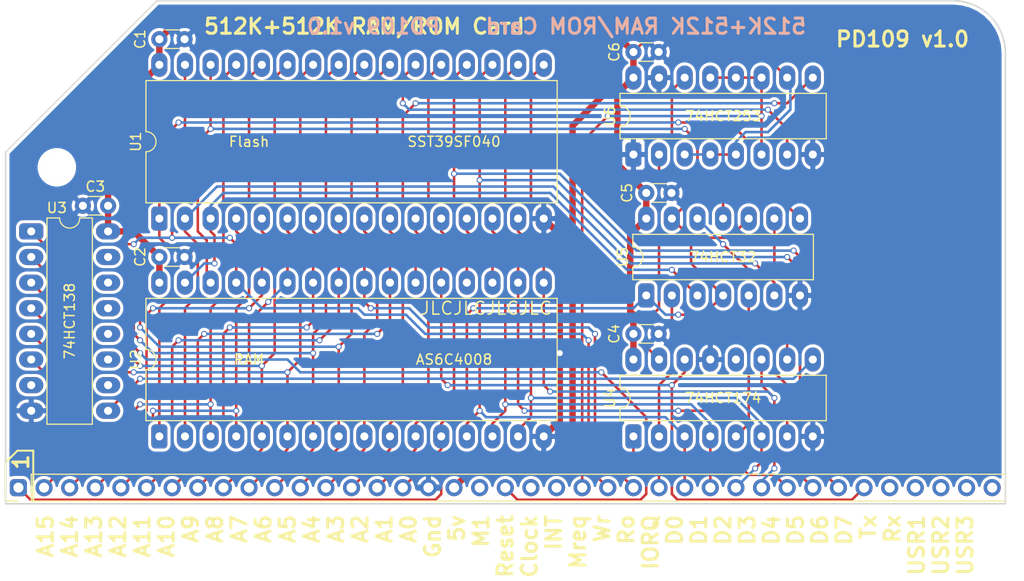
<source format=kicad_pcb>
(kicad_pcb (version 20171130) (host pcbnew "(5.1.9)-1")
  (layers (0 F.Cu signal) (31 B.Cu signal) (36 B.SilkS user) (37 F.SilkS user) (38 B.Mask user) (39 F.Mask user) (44 Edge.Cuts user))
  (net 0 "")
  (net 1 GND)
  (net 2 "Net-(J1-Pad39)")
  (net 3 "Net-(J1-Pad38)")
  (net 4 "Net-(J1-Pad37)")
  (net 5 "Net-(J1-Pad36)")
  (net 6 "Net-(J1-Pad35)")
  (net 7 D7)
  (net 8 D6)
  (net 9 D5)
  (net 10 D4)
  (net 11 D3)
  (net 12 D2)
  (net 13 D1)
  (net 14 D0)
  (net 15 ~IOREQ)
  (net 16 ~RD)
  (net 17 ~WR)
  (net 18 ~RESET)
  (net 19 +5V)
  (net 20 A0)
  (net 21 A1)
  (net 22 A2)
  (net 23 A3)
  (net 24 A4)
  (net 25 A5)
  (net 26 A6)
  (net 27 A7)
  (net 28 "Net-(J1-Pad22)")
  (net 29 "Net-(J1-Pad21)")
  (net 30 ~MREQ)
  (net 31 "Net-(J1-Pad19)")
  (net 32 A8)
  (net 33 A9)
  (net 34 A10)
  (net 35 A11)
  (net 36 A12)
  (net 37 A13)
  (net 38 A14)
  (net 39 A15)
  (net 40 MEM_A17)
  (net 41 ~ROM_CS)
  (net 42 MEM_A15)
  (net 43 MEM_A16)
  (net 44 MEM_A18)
  (net 45 "Net-(U4-Pad12)")
  (net 46 /~CFG_CS)
  (net 47 /MEM_A16')
  (net 48 /MEM_A15')
  (net 49 ~RAM_CS)
  (net 50 /RAM_EN)
  (net 51 /MEM_A17')
  (net 52 /MEM_A18')
  (net 53 "Net-(U3-Pad15)")
  (net 54 "Net-(U3-Pad7)")
  (net 55 "Net-(U3-Pad14)")
  (net 56 "Net-(U3-Pad13)")
  (net 57 "Net-(U3-Pad12)")
  (net 58 "Net-(U3-Pad11)")
  (net 59 "Net-(U3-Pad10)")
  (module Connector_PinHeader_2.54mm:PinHeader_1x39_P2.54mm_Vertical (layer F.Cu) (at 153.67 149.86 90)
    (fp_text reference J1 hide)
    (fp_text value RC2014)
    (pad 39 thru_hole oval (at 0 96.52 90) (size 1.7 1.7) (drill 1) (layers *.Cu *.Mask) (net 2 "Net-(J1-Pad39)"))
    (pad 38 thru_hole oval (at 0 93.98 90) (size 1.7 1.7) (drill 1) (layers *.Cu *.Mask) (net 3 "Net-(J1-Pad38)"))
    (pad 37 thru_hole oval (at 0 91.44 90) (size 1.7 1.7) (drill 1) (layers *.Cu *.Mask) (net 4 "Net-(J1-Pad37)"))
    (pad 36 thru_hole oval (at 0 88.9 90) (size 1.7 1.7) (drill 1) (layers *.Cu *.Mask) (net 5 "Net-(J1-Pad36)"))
    (pad 35 thru_hole oval (at 0 86.36 90) (size 1.7 1.7) (drill 1) (layers *.Cu *.Mask) (net 6 "Net-(J1-Pad35)"))
    (pad 34 thru_hole oval (at 0 83.82 90) (size 1.7 1.7) (drill 1) (layers *.Cu *.Mask) (net 7 D7))
    (pad 33 thru_hole oval (at 0 81.28 90) (size 1.7 1.7) (drill 1) (layers *.Cu *.Mask) (net 8 D6))
    (pad 32 thru_hole oval (at 0 78.74 90) (size 1.7 1.7) (drill 1) (layers *.Cu *.Mask) (net 9 D5))
    (pad 31 thru_hole oval (at 0 76.2 90) (size 1.7 1.7) (drill 1) (layers *.Cu *.Mask) (net 10 D4))
    (pad 30 thru_hole oval (at 0 73.66 90) (size 1.7 1.7) (drill 1) (layers *.Cu *.Mask) (net 11 D3))
    (pad 29 thru_hole oval (at 0 71.12 90) (size 1.7 1.7) (drill 1) (layers *.Cu *.Mask) (net 12 D2))
    (pad 28 thru_hole oval (at 0 68.58 90) (size 1.7 1.7) (drill 1) (layers *.Cu *.Mask) (net 13 D1))
    (pad 27 thru_hole oval (at 0 66.04 90) (size 1.7 1.7) (drill 1) (layers *.Cu *.Mask) (net 14 D0))
    (pad 26 thru_hole oval (at 0 63.5 90) (size 1.7 1.7) (drill 1) (layers *.Cu *.Mask) (net 15 ~IOREQ))
    (pad 25 thru_hole oval (at 0 60.96 90) (size 1.7 1.7) (drill 1) (layers *.Cu *.Mask) (net 16 ~RD))
    (pad 24 thru_hole oval (at 0 58.42 90) (size 1.7 1.7) (drill 1) (layers *.Cu *.Mask) (net 17 ~WR))
    (pad 23 thru_hole oval (at 0 55.88 90) (size 1.7 1.7) (drill 1) (layers *.Cu *.Mask) (net 30 ~MREQ))
    (pad 22 thru_hole oval (at 0 53.34 90) (size 1.7 1.7) (drill 1) (layers *.Cu *.Mask) (net 28 "Net-(J1-Pad22)"))
    (pad 21 thru_hole oval (at 0 50.8 90) (size 1.7 1.7) (drill 1) (layers *.Cu *.Mask) (net 29 "Net-(J1-Pad21)"))
    (pad 20 thru_hole oval (at 0 48.26 90) (size 1.7 1.7) (drill 1) (layers *.Cu *.Mask) (net 18 ~RESET))
    (pad 19 thru_hole oval (at 0 45.72 90) (size 1.7 1.7) (drill 1) (layers *.Cu *.Mask) (net 31 "Net-(J1-Pad19)"))
    (pad 18 thru_hole oval (at 0 43.18 90) (size 1.7 1.7) (drill 1) (layers *.Cu *.Mask) (net 19 +5V))
    (pad 17 thru_hole oval (at 0 40.64 90) (size 1.7 1.7) (drill 1) (layers *.Cu *.Mask) (net 1 GND))
    (pad 16 thru_hole oval (at 0 38.1 90) (size 1.7 1.7) (drill 1) (layers *.Cu *.Mask) (net 20 A0))
    (pad 15 thru_hole oval (at 0 35.56 90) (size 1.7 1.7) (drill 1) (layers *.Cu *.Mask) (net 21 A1))
    (pad 14 thru_hole oval (at 0 33.02 90) (size 1.7 1.7) (drill 1) (layers *.Cu *.Mask) (net 22 A2))
    (pad 13 thru_hole oval (at 0 30.48 90) (size 1.7 1.7) (drill 1) (layers *.Cu *.Mask) (net 23 A3))
    (pad 12 thru_hole oval (at 0 27.94 90) (size 1.7 1.7) (drill 1) (layers *.Cu *.Mask) (net 24 A4))
    (pad 11 thru_hole oval (at 0 25.4 90) (size 1.7 1.7) (drill 1) (layers *.Cu *.Mask) (net 25 A5))
    (pad 10 thru_hole oval (at 0 22.86 90) (size 1.7 1.7) (drill 1) (layers *.Cu *.Mask) (net 26 A6))
    (pad 9 thru_hole oval (at 0 20.32 90) (size 1.7 1.7) (drill 1) (layers *.Cu *.Mask) (net 27 A7))
    (pad 8 thru_hole oval (at 0 17.78 90) (size 1.7 1.7) (drill 1) (layers *.Cu *.Mask) (net 32 A8))
    (pad 7 thru_hole oval (at 0 15.24 90) (size 1.7 1.7) (drill 1) (layers *.Cu *.Mask) (net 33 A9))
    (pad 6 thru_hole oval (at 0 12.7 90) (size 1.7 1.7) (drill 1) (layers *.Cu *.Mask) (net 34 A10))
    (pad 5 thru_hole oval (at 0 10.16 90) (size 1.7 1.7) (drill 1) (layers *.Cu *.Mask) (net 35 A11))
    (pad 4 thru_hole oval (at 0 7.62 90) (size 1.7 1.7) (drill 1) (layers *.Cu *.Mask) (net 36 A12))
    (pad 3 thru_hole oval (at 0 5.08 90) (size 1.7 1.7) (drill 1) (layers *.Cu *.Mask) (net 37 A13))
    (pad 2 thru_hole oval (at 0 2.54 90) (size 1.7 1.7) (drill 1) (layers *.Cu *.Mask) (net 38 A14))
    (pad 1 thru_hole roundrect (at 0 0 90) (size 1.7 1.7) (drill 1) (layers *.Cu *.Mask) (net 39 A15))
  )
  (module Package_DIP:DIP-32_W15.24mm_LongPads (layer F.Cu) (at 167.64 123.19 90)
    (fp_text reference U1 (at 7.62 -2.33 90) (layer F.SilkS))
    (fp_text value SST39SF040 (at 7.62 29.21 180) (layer F.SilkS))
    (pad 32 thru_hole oval (at 15.24 0 90) (size 2.4 1.6) (drill 0.8) (layers *.Cu *.Mask) (net 19 +5V))
    (pad 16 thru_hole oval (at 0 38.1 90) (size 2.4 1.6) (drill 0.8) (layers *.Cu *.Mask) (net 1 GND))
    (pad 31 thru_hole oval (at 15.24 2.54 90) (size 2.4 1.6) (drill 0.8) (layers *.Cu *.Mask) (net 17 ~WR))
    (pad 15 thru_hole oval (at 0 35.56 90) (size 2.4 1.6) (drill 0.8) (layers *.Cu *.Mask) (net 12 D2))
    (pad 30 thru_hole oval (at 15.24 5.08 90) (size 2.4 1.6) (drill 0.8) (layers *.Cu *.Mask) (net 40 MEM_A17))
    (pad 14 thru_hole oval (at 0 33.02 90) (size 2.4 1.6) (drill 0.8) (layers *.Cu *.Mask) (net 13 D1))
    (pad 29 thru_hole oval (at 15.24 7.62 90) (size 2.4 1.6) (drill 0.8) (layers *.Cu *.Mask) (net 38 A14))
    (pad 13 thru_hole oval (at 0 30.48 90) (size 2.4 1.6) (drill 0.8) (layers *.Cu *.Mask) (net 14 D0))
    (pad 28 thru_hole oval (at 15.24 10.16 90) (size 2.4 1.6) (drill 0.8) (layers *.Cu *.Mask) (net 37 A13))
    (pad 12 thru_hole oval (at 0 27.94 90) (size 2.4 1.6) (drill 0.8) (layers *.Cu *.Mask) (net 20 A0))
    (pad 27 thru_hole oval (at 15.24 12.7 90) (size 2.4 1.6) (drill 0.8) (layers *.Cu *.Mask) (net 32 A8))
    (pad 11 thru_hole oval (at 0 25.4 90) (size 2.4 1.6) (drill 0.8) (layers *.Cu *.Mask) (net 21 A1))
    (pad 26 thru_hole oval (at 15.24 15.24 90) (size 2.4 1.6) (drill 0.8) (layers *.Cu *.Mask) (net 33 A9))
    (pad 10 thru_hole oval (at 0 22.86 90) (size 2.4 1.6) (drill 0.8) (layers *.Cu *.Mask) (net 22 A2))
    (pad 25 thru_hole oval (at 15.24 17.78 90) (size 2.4 1.6) (drill 0.8) (layers *.Cu *.Mask) (net 35 A11))
    (pad 9 thru_hole oval (at 0 20.32 90) (size 2.4 1.6) (drill 0.8) (layers *.Cu *.Mask) (net 23 A3))
    (pad 24 thru_hole oval (at 15.24 20.32 90) (size 2.4 1.6) (drill 0.8) (layers *.Cu *.Mask) (net 16 ~RD))
    (pad 8 thru_hole oval (at 0 17.78 90) (size 2.4 1.6) (drill 0.8) (layers *.Cu *.Mask) (net 24 A4))
    (pad 23 thru_hole oval (at 15.24 22.86 90) (size 2.4 1.6) (drill 0.8) (layers *.Cu *.Mask) (net 34 A10))
    (pad 7 thru_hole oval (at 0 15.24 90) (size 2.4 1.6) (drill 0.8) (layers *.Cu *.Mask) (net 25 A5))
    (pad 22 thru_hole oval (at 15.24 25.4 90) (size 2.4 1.6) (drill 0.8) (layers *.Cu *.Mask) (net 41 ~ROM_CS))
    (pad 6 thru_hole oval (at 0 12.7 90) (size 2.4 1.6) (drill 0.8) (layers *.Cu *.Mask) (net 26 A6))
    (pad 21 thru_hole oval (at 15.24 27.94 90) (size 2.4 1.6) (drill 0.8) (layers *.Cu *.Mask) (net 7 D7))
    (pad 5 thru_hole oval (at 0 10.16 90) (size 2.4 1.6) (drill 0.8) (layers *.Cu *.Mask) (net 27 A7))
    (pad 20 thru_hole oval (at 15.24 30.48 90) (size 2.4 1.6) (drill 0.8) (layers *.Cu *.Mask) (net 8 D6))
    (pad 4 thru_hole oval (at 0 7.62 90) (size 2.4 1.6) (drill 0.8) (layers *.Cu *.Mask) (net 36 A12))
    (pad 19 thru_hole oval (at 15.24 33.02 90) (size 2.4 1.6) (drill 0.8) (layers *.Cu *.Mask) (net 9 D5))
    (pad 3 thru_hole oval (at 0 5.08 90) (size 2.4 1.6) (drill 0.8) (layers *.Cu *.Mask) (net 42 MEM_A15))
    (pad 18 thru_hole oval (at 15.24 35.56 90) (size 2.4 1.6) (drill 0.8) (layers *.Cu *.Mask) (net 10 D4))
    (pad 2 thru_hole oval (at 0 2.54 90) (size 2.4 1.6) (drill 0.8) (layers *.Cu *.Mask) (net 43 MEM_A16))
    (pad 17 thru_hole oval (at 15.24 38.1 90) (size 2.4 1.6) (drill 0.8) (layers *.Cu *.Mask) (net 11 D3))
    (pad 1 thru_hole roundrect (at 0 0 90) (size 2.4 1.6) (drill 0.8) (layers *.Cu *.Mask) (net 44 MEM_A18))
  )
  (module Package_DIP:DIP-14_W7.62mm_LongPads (layer F.Cu) (at 215.9 130.81 90)
    (fp_text reference U5 (at 3.81 -2.33 90) (layer F.SilkS))
    (fp_text value 74HCT32 (at 3.81 7.62 180) (layer F.SilkS))
    (pad 14 thru_hole oval (at 7.62 0 90) (size 2.4 1.6) (drill 0.8) (layers *.Cu *.Mask) (net 19 +5V))
    (pad 7 thru_hole oval (at 0 15.24 90) (size 2.4 1.6) (drill 0.8) (layers *.Cu *.Mask) (net 1 GND))
    (pad 13 thru_hole oval (at 7.62 2.54 90) (size 2.4 1.6) (drill 0.8) (layers *.Cu *.Mask) (net 39 A15))
    (pad 6 thru_hole oval (at 0 12.7 90) (size 2.4 1.6) (drill 0.8) (layers *.Cu *.Mask) (net 43 MEM_A16))
    (pad 12 thru_hole oval (at 7.62 5.08 90) (size 2.4 1.6) (drill 0.8) (layers *.Cu *.Mask) (net 51 /MEM_A17'))
    (pad 5 thru_hole oval (at 0 10.16 90) (size 2.4 1.6) (drill 0.8) (layers *.Cu *.Mask) (net 47 /MEM_A16'))
    (pad 11 thru_hole oval (at 7.62 7.62 90) (size 2.4 1.6) (drill 0.8) (layers *.Cu *.Mask) (net 40 MEM_A17))
    (pad 4 thru_hole oval (at 0 7.62 90) (size 2.4 1.6) (drill 0.8) (layers *.Cu *.Mask) (net 39 A15))
    (pad 10 thru_hole oval (at 7.62 10.16 90) (size 2.4 1.6) (drill 0.8) (layers *.Cu *.Mask) (net 39 A15))
    (pad 3 thru_hole oval (at 0 5.08 90) (size 2.4 1.6) (drill 0.8) (layers *.Cu *.Mask) (net 42 MEM_A15))
    (pad 9 thru_hole oval (at 7.62 12.7 90) (size 2.4 1.6) (drill 0.8) (layers *.Cu *.Mask) (net 52 /MEM_A18'))
    (pad 2 thru_hole oval (at 0 2.54 90) (size 2.4 1.6) (drill 0.8) (layers *.Cu *.Mask) (net 48 /MEM_A15'))
    (pad 8 thru_hole oval (at 7.62 15.24 90) (size 2.4 1.6) (drill 0.8) (layers *.Cu *.Mask) (net 44 MEM_A18))
    (pad 1 thru_hole roundrect (at 0 0 90) (size 2.4 1.6) (drill 0.8) (layers *.Cu *.Mask) (net 39 A15))
  )
  (module Package_DIP:DIP-16_W7.62mm_LongPads (layer F.Cu) (at 214.63 144.78 90)
    (fp_text reference U4 (at 3.81 -2.33 90) (layer F.SilkS))
    (fp_text value 74HCT174 (at 3.81 8.89 180) (layer F.SilkS))
    (pad 16 thru_hole oval (at 7.62 0 90) (size 2.4 1.6) (drill 0.8) (layers *.Cu *.Mask) (net 19 +5V))
    (pad 8 thru_hole oval (at 0 17.78 90) (size 2.4 1.6) (drill 0.8) (layers *.Cu *.Mask) (net 1 GND))
    (pad 15 thru_hole oval (at 7.62 2.54 90) (size 2.4 1.6) (drill 0.8) (layers *.Cu *.Mask) (net 50 /RAM_EN))
    (pad 7 thru_hole oval (at 0 15.24 90) (size 2.4 1.6) (drill 0.8) (layers *.Cu *.Mask) (net 51 /MEM_A17'))
    (pad 14 thru_hole oval (at 7.62 5.08 90) (size 2.4 1.6) (drill 0.8) (layers *.Cu *.Mask) (net 7 D7))
    (pad 6 thru_hole oval (at 0 12.7 90) (size 2.4 1.6) (drill 0.8) (layers *.Cu *.Mask) (net 12 D2))
    (pad 13 thru_hole oval (at 7.62 7.62 90) (size 2.4 1.6) (drill 0.8) (layers *.Cu *.Mask) (net 1 GND))
    (pad 5 thru_hole oval (at 0 10.16 90) (size 2.4 1.6) (drill 0.8) (layers *.Cu *.Mask) (net 47 /MEM_A16'))
    (pad 12 thru_hole oval (at 7.62 10.16 90) (size 2.4 1.6) (drill 0.8) (layers *.Cu *.Mask) (net 45 "Net-(U4-Pad12)"))
    (pad 4 thru_hole oval (at 0 7.62 90) (size 2.4 1.6) (drill 0.8) (layers *.Cu *.Mask) (net 13 D1))
    (pad 11 thru_hole oval (at 7.62 12.7 90) (size 2.4 1.6) (drill 0.8) (layers *.Cu *.Mask) (net 11 D3))
    (pad 3 thru_hole oval (at 0 5.08 90) (size 2.4 1.6) (drill 0.8) (layers *.Cu *.Mask) (net 14 D0))
    (pad 10 thru_hole oval (at 7.62 15.24 90) (size 2.4 1.6) (drill 0.8) (layers *.Cu *.Mask) (net 52 /MEM_A18'))
    (pad 2 thru_hole oval (at 0 2.54 90) (size 2.4 1.6) (drill 0.8) (layers *.Cu *.Mask) (net 48 /MEM_A15'))
    (pad 9 thru_hole oval (at 7.62 17.78 90) (size 2.4 1.6) (drill 0.8) (layers *.Cu *.Mask) (net 46 /~CFG_CS))
    (pad 1 thru_hole roundrect (at 0 0 90) (size 2.4 1.6) (drill 0.8) (layers *.Cu *.Mask) (net 18 ~RESET))
  )
  (module Package_DIP:DIP-16_W7.62mm_LongPads (layer F.Cu) (at 154.94 124.46)
    (fp_text reference U3 (at 2.54 -2.33) (layer F.SilkS))
    (fp_text value 74HCT138 (at 3.81 8.89 270) (layer F.SilkS))
    (pad 1 thru_hole roundrect (at 0 0) (size 2.4 1.6) (drill 0.8) (layers *.Cu *.Mask) (net 17 ~WR))
    (pad 9 thru_hole oval (at 7.62 17.78) (size 2.4 1.6) (drill 0.8) (layers *.Cu *.Mask) (net 46 /~CFG_CS))
    (pad 2 thru_hole oval (at 0 2.54) (size 2.4 1.6) (drill 0.8) (layers *.Cu *.Mask) (net 24 A4))
    (pad 10 thru_hole oval (at 7.62 15.24) (size 2.4 1.6) (drill 0.8) (layers *.Cu *.Mask) (net 59 "Net-(U3-Pad10)"))
    (pad 3 thru_hole oval (at 0 5.08) (size 2.4 1.6) (drill 0.8) (layers *.Cu *.Mask) (net 25 A5))
    (pad 11 thru_hole oval (at 7.62 12.7) (size 2.4 1.6) (drill 0.8) (layers *.Cu *.Mask) (net 58 "Net-(U3-Pad11)"))
    (pad 4 thru_hole oval (at 0 7.62) (size 2.4 1.6) (drill 0.8) (layers *.Cu *.Mask) (net 15 ~IOREQ))
    (pad 12 thru_hole oval (at 7.62 10.16) (size 2.4 1.6) (drill 0.8) (layers *.Cu *.Mask) (net 57 "Net-(U3-Pad12)"))
    (pad 5 thru_hole oval (at 0 10.16) (size 2.4 1.6) (drill 0.8) (layers *.Cu *.Mask) (net 27 A7))
    (pad 13 thru_hole oval (at 7.62 7.62) (size 2.4 1.6) (drill 0.8) (layers *.Cu *.Mask) (net 56 "Net-(U3-Pad13)"))
    (pad 6 thru_hole oval (at 0 12.7) (size 2.4 1.6) (drill 0.8) (layers *.Cu *.Mask) (net 26 A6))
    (pad 14 thru_hole oval (at 7.62 5.08) (size 2.4 1.6) (drill 0.8) (layers *.Cu *.Mask) (net 55 "Net-(U3-Pad14)"))
    (pad 7 thru_hole oval (at 0 15.24) (size 2.4 1.6) (drill 0.8) (layers *.Cu *.Mask) (net 54 "Net-(U3-Pad7)"))
    (pad 15 thru_hole oval (at 7.62 2.54) (size 2.4 1.6) (drill 0.8) (layers *.Cu *.Mask) (net 53 "Net-(U3-Pad15)"))
    (pad 8 thru_hole oval (at 0 17.78) (size 2.4 1.6) (drill 0.8) (layers *.Cu *.Mask) (net 1 GND))
    (pad 16 thru_hole oval (at 7.62 0) (size 2.4 1.6) (drill 0.8) (layers *.Cu *.Mask) (net 19 +5V))
  )
  (module Package_DIP:DIP-16_W7.62mm_LongPads (layer F.Cu) (at 214.63 116.84 90)
    (fp_text reference U6 (at 3.81 -2.33 90) (layer F.SilkS))
    (fp_text value 74HCT253 (at 3.81 8.89 180) (layer F.SilkS))
    (pad 16 thru_hole oval (at 7.62 0 90) (size 2.4 1.6) (drill 0.8) (layers *.Cu *.Mask) (net 19 +5V))
    (pad 8 thru_hole oval (at 0 17.78 90) (size 2.4 1.6) (drill 0.8) (layers *.Cu *.Mask) (net 1 GND))
    (pad 15 thru_hole oval (at 7.62 2.54 90) (size 2.4 1.6) (drill 0.8) (layers *.Cu *.Mask) (net 1 GND))
    (pad 7 thru_hole oval (at 0 15.24 90) (size 2.4 1.6) (drill 0.8) (layers *.Cu *.Mask) (net 41 ~ROM_CS))
    (pad 14 thru_hole oval (at 7.62 5.08 90) (size 2.4 1.6) (drill 0.8) (layers *.Cu *.Mask) (net 39 A15))
    (pad 6 thru_hole oval (at 0 12.7 90) (size 2.4 1.6) (drill 0.8) (layers *.Cu *.Mask) (net 30 ~MREQ))
    (pad 13 thru_hole oval (at 7.62 7.62 90) (size 2.4 1.6) (drill 0.8) (layers *.Cu *.Mask) (net 30 ~MREQ))
    (pad 5 thru_hole oval (at 0 10.16 90) (size 2.4 1.6) (drill 0.8) (layers *.Cu *.Mask) (net 19 +5V))
    (pad 12 thru_hole oval (at 7.62 10.16 90) (size 2.4 1.6) (drill 0.8) (layers *.Cu *.Mask) (net 30 ~MREQ))
    (pad 4 thru_hole oval (at 0 7.62 90) (size 2.4 1.6) (drill 0.8) (layers *.Cu *.Mask) (net 19 +5V))
    (pad 11 thru_hole oval (at 7.62 12.7 90) (size 2.4 1.6) (drill 0.8) (layers *.Cu *.Mask) (net 30 ~MREQ))
    (pad 3 thru_hole oval (at 0 5.08 90) (size 2.4 1.6) (drill 0.8) (layers *.Cu *.Mask) (net 19 +5V))
    (pad 10 thru_hole oval (at 7.62 15.24 90) (size 2.4 1.6) (drill 0.8) (layers *.Cu *.Mask) (net 19 +5V))
    (pad 2 thru_hole oval (at 0 2.54 90) (size 2.4 1.6) (drill 0.8) (layers *.Cu *.Mask) (net 50 /RAM_EN))
    (pad 9 thru_hole oval (at 7.62 17.78 90) (size 2.4 1.6) (drill 0.8) (layers *.Cu *.Mask) (net 49 ~RAM_CS))
    (pad 1 thru_hole roundrect (at 0 0 90) (size 2.4 1.6) (drill 0.8) (layers *.Cu *.Mask) (net 1 GND))
  )
  (module Capacitor_THT:C_Disc_D3.0mm_W1.6mm_P2.50mm (layer F.Cu) (at 214.63 106.68)
    (fp_text reference C6 (at -1.905 0 90) (layer F.SilkS))
    (fp_text value 0.1uF)
    (pad 2 thru_hole circle (at 2.5 0) (size 1.6 1.6) (drill 0.8) (layers *.Cu *.Mask) (net 1 GND))
    (pad 1 thru_hole circle (at 0 0) (size 1.6 1.6) (drill 0.8) (layers *.Cu *.Mask) (net 19 +5V))
  )
  (module Package_DIP:DIP-32_W15.24mm_LongPads (layer F.Cu) (at 167.64 144.78 90)
    (fp_text reference U2 (at 7.62 -2.33 90) (layer F.SilkS))
    (fp_text value AS6C4008 (at 7.62 29.21 180) (layer F.SilkS))
    (pad 32 thru_hole oval (at 15.24 0 90) (size 2.4 1.6) (drill 0.8) (layers *.Cu *.Mask) (net 19 +5V))
    (pad 16 thru_hole oval (at 0 38.1 90) (size 2.4 1.6) (drill 0.8) (layers *.Cu *.Mask) (net 1 GND))
    (pad 31 thru_hole oval (at 15.24 2.54 90) (size 2.4 1.6) (drill 0.8) (layers *.Cu *.Mask) (net 42 MEM_A15))
    (pad 15 thru_hole oval (at 0 35.56 90) (size 2.4 1.6) (drill 0.8) (layers *.Cu *.Mask) (net 12 D2))
    (pad 30 thru_hole oval (at 15.24 5.08 90) (size 2.4 1.6) (drill 0.8) (layers *.Cu *.Mask) (net 40 MEM_A17))
    (pad 14 thru_hole oval (at 0 33.02 90) (size 2.4 1.6) (drill 0.8) (layers *.Cu *.Mask) (net 13 D1))
    (pad 29 thru_hole oval (at 15.24 7.62 90) (size 2.4 1.6) (drill 0.8) (layers *.Cu *.Mask) (net 17 ~WR))
    (pad 13 thru_hole oval (at 0 30.48 90) (size 2.4 1.6) (drill 0.8) (layers *.Cu *.Mask) (net 14 D0))
    (pad 28 thru_hole oval (at 15.24 10.16 90) (size 2.4 1.6) (drill 0.8) (layers *.Cu *.Mask) (net 37 A13))
    (pad 12 thru_hole oval (at 0 27.94 90) (size 2.4 1.6) (drill 0.8) (layers *.Cu *.Mask) (net 20 A0))
    (pad 27 thru_hole oval (at 15.24 12.7 90) (size 2.4 1.6) (drill 0.8) (layers *.Cu *.Mask) (net 32 A8))
    (pad 11 thru_hole oval (at 0 25.4 90) (size 2.4 1.6) (drill 0.8) (layers *.Cu *.Mask) (net 21 A1))
    (pad 26 thru_hole oval (at 15.24 15.24 90) (size 2.4 1.6) (drill 0.8) (layers *.Cu *.Mask) (net 33 A9))
    (pad 10 thru_hole oval (at 0 22.86 90) (size 2.4 1.6) (drill 0.8) (layers *.Cu *.Mask) (net 22 A2))
    (pad 25 thru_hole oval (at 15.24 17.78 90) (size 2.4 1.6) (drill 0.8) (layers *.Cu *.Mask) (net 35 A11))
    (pad 9 thru_hole oval (at 0 20.32 90) (size 2.4 1.6) (drill 0.8) (layers *.Cu *.Mask) (net 23 A3))
    (pad 24 thru_hole oval (at 15.24 20.32 90) (size 2.4 1.6) (drill 0.8) (layers *.Cu *.Mask) (net 16 ~RD))
    (pad 8 thru_hole oval (at 0 17.78 90) (size 2.4 1.6) (drill 0.8) (layers *.Cu *.Mask) (net 24 A4))
    (pad 23 thru_hole oval (at 15.24 22.86 90) (size 2.4 1.6) (drill 0.8) (layers *.Cu *.Mask) (net 34 A10))
    (pad 7 thru_hole oval (at 0 15.24 90) (size 2.4 1.6) (drill 0.8) (layers *.Cu *.Mask) (net 25 A5))
    (pad 22 thru_hole oval (at 15.24 25.4 90) (size 2.4 1.6) (drill 0.8) (layers *.Cu *.Mask) (net 49 ~RAM_CS))
    (pad 6 thru_hole oval (at 0 12.7 90) (size 2.4 1.6) (drill 0.8) (layers *.Cu *.Mask) (net 26 A6))
    (pad 21 thru_hole oval (at 15.24 27.94 90) (size 2.4 1.6) (drill 0.8) (layers *.Cu *.Mask) (net 7 D7))
    (pad 5 thru_hole oval (at 0 10.16 90) (size 2.4 1.6) (drill 0.8) (layers *.Cu *.Mask) (net 27 A7))
    (pad 20 thru_hole oval (at 15.24 30.48 90) (size 2.4 1.6) (drill 0.8) (layers *.Cu *.Mask) (net 8 D6))
    (pad 4 thru_hole oval (at 0 7.62 90) (size 2.4 1.6) (drill 0.8) (layers *.Cu *.Mask) (net 36 A12))
    (pad 19 thru_hole oval (at 15.24 33.02 90) (size 2.4 1.6) (drill 0.8) (layers *.Cu *.Mask) (net 9 D5))
    (pad 3 thru_hole oval (at 0 5.08 90) (size 2.4 1.6) (drill 0.8) (layers *.Cu *.Mask) (net 38 A14))
    (pad 18 thru_hole oval (at 15.24 35.56 90) (size 2.4 1.6) (drill 0.8) (layers *.Cu *.Mask) (net 10 D4))
    (pad 2 thru_hole oval (at 0 2.54 90) (size 2.4 1.6) (drill 0.8) (layers *.Cu *.Mask) (net 43 MEM_A16))
    (pad 17 thru_hole oval (at 15.24 38.1 90) (size 2.4 1.6) (drill 0.8) (layers *.Cu *.Mask) (net 11 D3))
    (pad 1 thru_hole roundrect (at 0 0 90) (size 2.4 1.6) (drill 0.8) (layers *.Cu *.Mask) (net 44 MEM_A18))
  )
  (module Capacitor_THT:C_Disc_D3.0mm_W1.6mm_P2.50mm (layer F.Cu) (at 218.4 120.65 180)
    (fp_text reference C5 (at 4.405 0 90) (layer F.SilkS))
    (fp_text value 0.1uF)
    (pad 2 thru_hole circle (at 2.5 0 180) (size 1.6 1.6) (drill 0.8) (layers *.Cu *.Mask) (net 19 +5V))
    (pad 1 thru_hole circle (at 0 0 180) (size 1.6 1.6) (drill 0.8) (layers *.Cu *.Mask) (net 1 GND))
  )
  (module Capacitor_THT:C_Disc_D3.0mm_W1.6mm_P2.50mm (layer F.Cu) (at 217.13 134.62 180)
    (fp_text reference C4 (at 4.405 0 90) (layer F.SilkS))
    (fp_text value 0.1uF)
    (pad 2 thru_hole circle (at 2.5 0 180) (size 1.6 1.6) (drill 0.8) (layers *.Cu *.Mask) (net 19 +5V))
    (pad 1 thru_hole circle (at 0 0 180) (size 1.6 1.6) (drill 0.8) (layers *.Cu *.Mask) (net 1 GND))
  )
  (module Capacitor_THT:C_Disc_D3.0mm_W1.6mm_P2.50mm (layer F.Cu) (at 160.06 121.92)
    (fp_text reference C3 (at 1.23 -1.905 180) (layer F.SilkS))
    (fp_text value 0.1uF)
    (pad 1 thru_hole circle (at 0 0) (size 1.6 1.6) (drill 0.8) (layers *.Cu *.Mask) (net 1 GND))
    (pad 2 thru_hole circle (at 2.5 0) (size 1.6 1.6) (drill 0.8) (layers *.Cu *.Mask) (net 19 +5V))
  )
  (module Capacitor_THT:C_Disc_D3.0mm_W1.6mm_P2.50mm (layer F.Cu) (at 167.64 127)
    (fp_text reference C2 (at -1.905 0 90) (layer F.SilkS))
    (fp_text value 0.1uF)
    (pad 2 thru_hole circle (at 2.5 0) (size 1.6 1.6) (drill 0.8) (layers *.Cu *.Mask) (net 1 GND))
    (pad 1 thru_hole circle (at 0 0) (size 1.6 1.6) (drill 0.8) (layers *.Cu *.Mask) (net 19 +5V))
  )
  (module Capacitor_THT:C_Disc_D3.0mm_W1.6mm_P2.50mm (layer F.Cu) (at 167.64 105.41)
    (fp_text reference C1 (at -1.905 0 90) (layer F.SilkS))
    (fp_text value 0.1uF)
    (pad 2 thru_hole circle (at 2.5 0) (size 1.6 1.6) (drill 0.8) (layers *.Cu *.Mask) (net 1 GND))
    (pad 1 thru_hole circle (at 0 0) (size 1.6 1.6) (drill 0.8) (layers *.Cu *.Mask) (net 19 +5V))
  )
  (module Mounting_Holes:MountingHole_3.2mm_M3 (layer F.Cu) (at 157.48 118.11)
    (fp_text reference "" hide)
    (fp_text value "" hide)
    (pad "" np_thru_hole circle (at 0 0) (size 3.2 3.2) (drill 3.2) (layers *.Cu *.Mask F.SilkS))
  )
  (gr_text "PD109 v1.0" (at 241.3 105.41) (layer F.SilkS) (effects (font (size 1.5 1.5) (thickness 0.3))))
  (gr_text RAM (at 176.53 137.16) (layer F.SilkS) (effects (font (size 1 1))))
  (gr_text Flash (at 176.53 115.57) (layer F.SilkS) (effects (font (size 1 1))))
  (gr_text JLCJLCJLCJLC (at 200.025 132.08) (layer F.SilkS) (effects (font (size 1.27 1.27))))
  (gr_text "512K+512K RAM/ROM Card    PD109 v1.0" (at 207.01 104.14) (layer B.SilkS) (effects (font (size 1.5 1.5) (thickness 0.3)) (justify mirror)))
  (gr_text "512K+512K RAM/ROM Card" (at 187.96 104.14) (layer F.SilkS) (effects (font (size 1.5 1.5) (thickness 0.3))))
  (gr_line (start 167.4114 101.6) (end 152.4 116.6114) (angle 90) (layer Edge.Cuts) (width 0.15))
  (gr_line (start 246.3198 101.6) (end 167.4114 101.6) (angle 90) (layer Edge.Cuts) (width 0.15))
  (gr_text "A15\nA14\nA13\nA12\nA11\nA10\nA9\nA8\nA7\nA6\nA5\nA4\nA3\nA2\nA1\nA0\nGnd\n5v\nM1\nReset\nClock\nINT\nMreq\nWr\nRo\nIORQ\nD0\nD1\nD2\nD3\nD4\nD5\nD6\nD7\nTx\nRx\nUSR1\nUSR2\nUSR3" (at 201.93 152.4 90) (layer F.SilkS) (effects (font (size 1.49 1.5) (thickness 0.3)) (justify right)))
  (gr_line (start 155.1432 146.19478) (end 155.1432 151.22652) (angle 90) (layer F.SilkS) (width 0.2))
  (gr_line (start 153.57348 146.19478) (end 155.1432 146.19478) (angle 90) (layer F.SilkS) (width 0.2))
  (gr_line (start 152.39238 147.37588) (end 153.57348 146.19478) (angle 90) (layer F.SilkS) (width 0.2))
  (gr_line (start 152.39238 151.22652) (end 152.39238 147.37588) (angle 90) (layer F.SilkS) (width 0.2))
  (gr_text 1 (at 153.92908 147.32 90) (layer F.SilkS) (effects (font (size 1.5 1.5) (thickness 0.3))))
  (gr_line (start 251.5014 106.78) (end 251.5014 151.4602) (angle 90) (layer Edge.Cuts) (width 0.15))
  (gr_arc (start 246.3198 106.78) (end 246.3198 101.6) (angle 90) (layer Edge.Cuts) (width 0.15))
  (gr_line (start 152.4 116.6114) (end 152.4 151.4602) (angle 90) (layer Edge.Cuts) (width 0.15))
  (gr_line (start 152.4 151.4602) (end 251.5014 151.4602) (angle 90) (layer Edge.Cuts) (width 0.15))
  (segment (start 194.31 149.86) (end 195.326 149.86) (width 0.635) (layer B.Cu) (net 1))
  (segment (start 194.31 149.86) (end 193.294 149.86) (width 0.635) (layer B.Cu) (net 1))
  (segment (start 205.74 144.78) (end 207.3275 143.1925) (width 0.635) (layer F.Cu) (net 1))
  (segment (start 207.3275 124.7775) (end 205.74 123.19) (width 0.635) (layer F.Cu) (net 1))
  (segment (start 207.3275 143.1925) (end 207.3275 136.525) (width 0.635) (layer F.Cu) (net 1))
  (segment (start 207.3275 136.525) (end 207.3275 124.7775) (width 0.635) (layer F.Cu) (net 1))
  (via (at 207.3275 136.525) (size 0.9) (drill 0.6) (layers F.Cu B.Cu) (net 1))
  (segment (start 195.58 129.54) (end 195.58 125.73) (width 0.254) (layer F.Cu) (net 7))
  (segment (start 195.58 125.73) (end 194.31 124.46) (width 0.254) (layer F.Cu) (net 7))
  (segment (start 194.31 109.22) (end 195.58 107.95) (width 0.254) (layer F.Cu) (net 7))
  (segment (start 194.31 124.46) (end 194.31 109.22) (width 0.254) (layer F.Cu) (net 7))
  (segment (start 219.71 138.43) (end 219.71 137.16) (width 0.254) (layer F.Cu) (net 7))
  (segment (start 218.44 139.7) (end 219.71 138.43) (width 0.254) (layer F.Cu) (net 7))
  (via (at 218.44 139.7) (size 0.6) (drill 0.4) (layers F.Cu B.Cu) (net 7))
  (via (at 196.215 139.7) (size 0.6) (drill 0.4) (layers F.Cu B.Cu) (net 7))
  (segment (start 218.44 139.7) (end 196.215 139.7) (width 0.254) (layer B.Cu) (net 7))
  (segment (start 196.215 139.7) (end 195.58 139.065) (width 0.254) (layer F.Cu) (net 7))
  (segment (start 195.58 139.065) (end 195.58 129.54) (width 0.254) (layer F.Cu) (net 7))
  (segment (start 218.44 150.495) (end 218.44 139.7) (width 0.254) (layer F.Cu) (net 7))
  (segment (start 219.00319 151.05819) (end 218.44 150.495) (width 0.254) (layer F.Cu) (net 7))
  (segment (start 236.29181 151.05819) (end 219.00319 151.05819) (width 0.254) (layer F.Cu) (net 7))
  (segment (start 237.49 149.86) (end 236.29181 151.05819) (width 0.254) (layer F.Cu) (net 7))
  (segment (start 198.12 129.54) (end 198.12 125.73) (width 0.254) (layer F.Cu) (net 8))
  (segment (start 198.12 125.73) (end 196.85 124.46) (width 0.254) (layer F.Cu) (net 8))
  (segment (start 196.85 109.22) (end 198.12 107.95) (width 0.254) (layer F.Cu) (net 8))
  (via (at 196.85 118.745) (size 0.6) (drill 0.4) (layers F.Cu B.Cu) (net 8))
  (segment (start 196.85 118.745) (end 196.85 109.22) (width 0.254) (layer F.Cu) (net 8))
  (segment (start 196.85 124.46) (end 196.85 118.745) (width 0.254) (layer F.Cu) (net 8))
  (segment (start 233.68 148.59) (end 233.68 129.54) (width 0.254) (layer F.Cu) (net 8))
  (segment (start 234.95 149.86) (end 233.68 148.59) (width 0.254) (layer F.Cu) (net 8))
  (via (at 230.505 126.365) (size 0.6) (drill 0.4) (layers F.Cu B.Cu) (net 8))
  (segment (start 196.85 118.745) (end 207.3275 118.745) (width 0.254) (layer B.Cu) (net 8))
  (segment (start 207.3275 118.745) (end 214.9475 126.365) (width 0.254) (layer B.Cu) (net 8))
  (segment (start 214.9475 126.365) (end 230.505 126.365) (width 0.254) (layer B.Cu) (net 8))
  (segment (start 233.68 129.54) (end 230.505 126.365) (width 0.254) (layer F.Cu) (net 8))
  (segment (start 200.66 129.54) (end 200.66 125.73) (width 0.254) (layer F.Cu) (net 9))
  (segment (start 200.66 125.73) (end 199.39 124.46) (width 0.254) (layer F.Cu) (net 9))
  (segment (start 199.39 109.22) (end 200.66 107.95) (width 0.254) (layer F.Cu) (net 9))
  (via (at 199.39 119.38) (size 0.6) (drill 0.4) (layers F.Cu B.Cu) (net 9))
  (segment (start 199.39 119.38) (end 199.39 109.22) (width 0.254) (layer F.Cu) (net 9))
  (segment (start 199.39 124.46) (end 199.39 119.38) (width 0.254) (layer F.Cu) (net 9))
  (segment (start 232.41 134.62) (end 232.41 129.54) (width 0.254) (layer F.Cu) (net 9))
  (segment (start 231.14 135.89) (end 232.41 134.62) (width 0.254) (layer F.Cu) (net 9))
  (segment (start 231.14 148.59) (end 231.14 135.89) (width 0.254) (layer F.Cu) (net 9))
  (segment (start 214.63 127) (end 229.87 127) (width 0.254) (layer B.Cu) (net 9))
  (segment (start 232.41 129.54) (end 229.87 127) (width 0.254) (layer F.Cu) (net 9))
  (segment (start 232.41 149.86) (end 231.14 148.59) (width 0.254) (layer F.Cu) (net 9))
  (segment (start 207.01 119.38) (end 214.63 127) (width 0.254) (layer B.Cu) (net 9))
  (segment (start 199.39 119.38) (end 207.01 119.38) (width 0.254) (layer B.Cu) (net 9))
  (via (at 229.87 127) (size 0.6) (drill 0.4) (layers F.Cu B.Cu) (net 9))
  (segment (start 203.2 129.54) (end 203.2 125.73) (width 0.254) (layer F.Cu) (net 10))
  (segment (start 203.2 125.73) (end 201.93 124.46) (width 0.254) (layer F.Cu) (net 10))
  (segment (start 201.93 109.22) (end 203.2 107.95) (width 0.254) (layer F.Cu) (net 10))
  (segment (start 201.93 124.46) (end 201.93 109.22) (width 0.254) (layer F.Cu) (net 10))
  (segment (start 229.87 149.86) (end 228.6 148.59) (width 0.254) (layer F.Cu) (net 10))
  (segment (start 226.06 148.59) (end 225.425 147.955) (width 0.254) (layer F.Cu) (net 10))
  (segment (start 228.6 148.59) (end 226.06 148.59) (width 0.254) (layer F.Cu) (net 10))
  (segment (start 222.25 142.24) (end 219.075 142.24) (width 0.254) (layer F.Cu) (net 10))
  (segment (start 223.52 143.51) (end 222.25 142.24) (width 0.254) (layer F.Cu) (net 10))
  (segment (start 223.52 146.05) (end 223.52 143.51) (width 0.254) (layer F.Cu) (net 10))
  (segment (start 225.425 147.955) (end 223.52 146.05) (width 0.254) (layer F.Cu) (net 10))
  (via (at 219.075 142.24) (size 0.6) (drill 0.4) (layers F.Cu B.Cu) (net 10))
  (segment (start 219.075 142.24) (end 203.835 142.24) (width 0.254) (layer B.Cu) (net 10))
  (via (at 203.835 142.24) (size 0.6) (drill 0.4) (layers F.Cu B.Cu) (net 10))
  (segment (start 203.835 142.24) (end 203.2 141.605) (width 0.254) (layer F.Cu) (net 10))
  (segment (start 203.2 141.605) (end 203.2 129.54) (width 0.254) (layer F.Cu) (net 10))
  (segment (start 205.74 129.54) (end 205.74 125.73) (width 0.254) (layer F.Cu) (net 11))
  (segment (start 205.74 125.73) (end 204.47 124.46) (width 0.254) (layer F.Cu) (net 11))
  (segment (start 204.47 109.22) (end 205.74 107.95) (width 0.254) (layer F.Cu) (net 11))
  (segment (start 204.47 124.46) (end 204.47 109.22) (width 0.254) (layer F.Cu) (net 11))
  (segment (start 205.74 139.7) (end 206.375 140.335) (width 0.254) (layer F.Cu) (net 11))
  (segment (start 205.74 129.54) (end 205.74 139.7) (width 0.254) (layer F.Cu) (net 11))
  (via (at 206.375 140.335) (size 0.6) (drill 0.4) (layers F.Cu B.Cu) (net 11))
  (via (at 228.6 147.955) (size 0.6) (drill 0.4) (layers F.Cu B.Cu) (net 11))
  (segment (start 227.33 149.225) (end 227.33 149.86) (width 0.254) (layer B.Cu) (net 11))
  (segment (start 228.6 147.955) (end 227.33 149.225) (width 0.254) (layer B.Cu) (net 11))
  (via (at 228.6 140.97) (size 0.6) (drill 0.4) (layers F.Cu B.Cu) (net 11))
  (segment (start 227.33 137.16) (end 227.33 139.7) (width 0.254) (layer F.Cu) (net 11))
  (segment (start 227.33 139.7) (end 228.6 140.97) (width 0.254) (layer F.Cu) (net 11))
  (segment (start 206.375 140.335) (end 227.965 140.335) (width 0.254) (layer B.Cu) (net 11))
  (segment (start 227.965 140.335) (end 228.6 140.97) (width 0.254) (layer B.Cu) (net 11))
  (segment (start 228.6 147.32) (end 228.6 147.955) (width 0.254) (layer F.Cu) (net 11))
  (segment (start 228.6 147.32) (end 228.6 140.97) (width 0.254) (layer F.Cu) (net 11))
  (segment (start 203.2 124.46) (end 203.2 123.19) (width 0.254) (layer F.Cu) (net 12))
  (segment (start 204.47 125.73) (end 203.2 124.46) (width 0.254) (layer F.Cu) (net 12))
  (segment (start 227.33 144.78) (end 227.33 143.51) (width 0.254) (layer B.Cu) (net 12))
  (segment (start 227.33 143.51) (end 224.79 140.97) (width 0.254) (layer B.Cu) (net 12))
  (via (at 204.47 140.97) (size 0.6) (drill 0.4) (layers F.Cu B.Cu) (net 12))
  (segment (start 224.79 140.97) (end 204.47 140.97) (width 0.254) (layer B.Cu) (net 12))
  (segment (start 204.47 140.97) (end 204.47 125.73) (width 0.254) (layer F.Cu) (net 12))
  (segment (start 227.33 147.32) (end 227.33 144.78) (width 0.254) (layer F.Cu) (net 12))
  (via (at 226.695 147.955) (size 0.6) (drill 0.4) (layers F.Cu B.Cu) (net 12))
  (segment (start 227.33 147.32) (end 226.695 147.955) (width 0.254) (layer F.Cu) (net 12))
  (segment (start 226.695 147.955) (end 224.79 149.86) (width 0.254) (layer B.Cu) (net 12))
  (segment (start 204.47 142.875) (end 204.47 140.97) (width 0.254) (layer F.Cu) (net 12))
  (segment (start 203.2 144.145) (end 204.47 142.875) (width 0.254) (layer F.Cu) (net 12))
  (segment (start 203.2 144.78) (end 203.2 144.145) (width 0.254) (layer F.Cu) (net 12))
  (segment (start 222.25 149.86) (end 222.25 144.78) (width 0.254) (layer F.Cu) (net 13))
  (segment (start 201.93 125.73) (end 200.66 124.46) (width 0.254) (layer F.Cu) (net 13))
  (segment (start 200.66 124.46) (end 200.66 123.19) (width 0.254) (layer F.Cu) (net 13))
  (segment (start 200.66 143.51) (end 201.93 142.24) (width 0.254) (layer F.Cu) (net 13))
  (segment (start 200.66 144.78) (end 200.66 143.51) (width 0.254) (layer F.Cu) (net 13))
  (segment (start 222.25 144.78) (end 222.25 143.51) (width 0.254) (layer B.Cu) (net 13))
  (via (at 201.93 141.605) (size 0.6) (drill 0.4) (layers F.Cu B.Cu) (net 13))
  (segment (start 220.345 141.605) (end 201.93 141.605) (width 0.254) (layer B.Cu) (net 13))
  (segment (start 222.25 143.51) (end 220.345 141.605) (width 0.254) (layer B.Cu) (net 13))
  (segment (start 201.93 141.605) (end 201.93 125.73) (width 0.254) (layer F.Cu) (net 13))
  (segment (start 201.93 142.24) (end 201.93 141.605) (width 0.254) (layer F.Cu) (net 13))
  (segment (start 219.71 149.86) (end 219.71 144.78) (width 0.254) (layer F.Cu) (net 14))
  (via (at 199.39 142.23999) (size 0.6) (drill 0.4) (layers F.Cu B.Cu) (net 14))
  (segment (start 217.805 142.875) (end 200.02501 142.875) (width 0.254) (layer B.Cu) (net 14))
  (segment (start 198.12 144.78) (end 198.12 143.50999) (width 0.254) (layer F.Cu) (net 14))
  (segment (start 198.12 143.50999) (end 199.39 142.23999) (width 0.254) (layer F.Cu) (net 14))
  (segment (start 219.71 144.78) (end 217.805 142.875) (width 0.254) (layer B.Cu) (net 14))
  (segment (start 200.02501 142.875) (end 199.39 142.23999) (width 0.254) (layer B.Cu) (net 14))
  (segment (start 198.12 124.46) (end 199.39 125.73) (width 0.254) (layer F.Cu) (net 14))
  (segment (start 199.39 125.73) (end 199.39 142.23999) (width 0.254) (layer F.Cu) (net 14))
  (segment (start 198.12 123.19) (end 198.12 124.46) (width 0.254) (layer F.Cu) (net 14))
  (via (at 165.735 136.525) (size 0.6) (drill 0.4) (layers F.Cu B.Cu) (net 15))
  (segment (start 164.465 135.255) (end 165.735 136.525) (width 0.254) (layer F.Cu) (net 15))
  (segment (start 164.465 133.985) (end 164.465 135.255) (width 0.254) (layer F.Cu) (net 15))
  (segment (start 163.83 133.35) (end 164.465 133.985) (width 0.254) (layer F.Cu) (net 15))
  (segment (start 156.21 133.35) (end 163.83 133.35) (width 0.254) (layer F.Cu) (net 15))
  (segment (start 154.94 132.08) (end 156.21 133.35) (width 0.254) (layer F.Cu) (net 15))
  (segment (start 180.34 137.16) (end 181.61 138.43) (width 0.254) (layer B.Cu) (net 15))
  (segment (start 165.735 136.525) (end 166.37 137.16) (width 0.254) (layer B.Cu) (net 15))
  (segment (start 215.9 142.875) (end 211.455 138.43) (width 0.254) (layer F.Cu) (net 15))
  (segment (start 215.9 147.32) (end 215.9 142.875) (width 0.254) (layer F.Cu) (net 15))
  (segment (start 217.17 148.59) (end 215.9 147.32) (width 0.254) (layer F.Cu) (net 15))
  (segment (start 166.37 137.16) (end 180.34 137.16) (width 0.254) (layer B.Cu) (net 15))
  (segment (start 217.17 149.86) (end 217.17 148.59) (width 0.254) (layer F.Cu) (net 15))
  (segment (start 181.61 138.43) (end 211.455 138.43) (width 0.254) (layer B.Cu) (net 15))
  (via (at 211.455 138.43) (size 0.6) (drill 0.4) (layers F.Cu B.Cu) (net 15))
  (segment (start 187.96 129.54) (end 187.96 125.73) (width 0.254) (layer F.Cu) (net 16))
  (segment (start 187.96 125.73) (end 186.69 124.46) (width 0.254) (layer F.Cu) (net 16))
  (segment (start 186.69 109.22) (end 187.96 107.95) (width 0.254) (layer F.Cu) (net 16))
  (segment (start 186.69 124.46) (end 186.69 109.22) (width 0.254) (layer F.Cu) (net 16))
  (via (at 188.595 132.079991) (size 0.6) (drill 0.4) (layers F.Cu B.Cu) (net 16))
  (segment (start 187.96 131.444991) (end 188.595 132.079991) (width 0.254) (layer F.Cu) (net 16))
  (segment (start 187.96 129.54) (end 187.96 131.444991) (width 0.254) (layer F.Cu) (net 16))
  (via (at 210.82 134.62) (size 0.6) (drill 0.4) (layers F.Cu B.Cu) (net 16))
  (segment (start 214.63 149.86) (end 210.82 146.05) (width 0.254) (layer F.Cu) (net 16))
  (segment (start 188.595 132.079991) (end 192.404991 132.079991) (width 0.254) (layer B.Cu) (net 16))
  (segment (start 210.82 146.05) (end 210.82 134.62) (width 0.254) (layer F.Cu) (net 16))
  (segment (start 192.404991 132.079991) (end 194.31 133.985) (width 0.254) (layer B.Cu) (net 16))
  (segment (start 194.31 133.985) (end 210.185 133.985) (width 0.254) (layer B.Cu) (net 16))
  (segment (start 210.185 133.985) (end 210.82 134.62) (width 0.254) (layer B.Cu) (net 16))
  (via (at 174.625 125.095) (size 0.6) (drill 0.4) (layers F.Cu B.Cu) (net 17))
  (segment (start 175.26 125.73) (end 175.26 129.54) (width 0.254) (layer F.Cu) (net 17))
  (segment (start 174.625 125.095) (end 175.26 125.73) (width 0.254) (layer F.Cu) (net 17))
  (segment (start 154.94 124.46) (end 156.21 125.73) (width 0.254) (layer F.Cu) (net 17))
  (via (at 165.1 125.73) (size 0.6) (drill 0.4) (layers F.Cu B.Cu) (net 17))
  (segment (start 156.21 125.73) (end 165.1 125.73) (width 0.254) (layer F.Cu) (net 17))
  (via (at 168.91 125.095) (size 0.6) (drill 0.4) (layers F.Cu B.Cu) (net 17))
  (segment (start 165.735 125.095) (end 168.91 125.095) (width 0.254) (layer B.Cu) (net 17))
  (segment (start 165.1 125.73) (end 165.735 125.095) (width 0.254) (layer B.Cu) (net 17))
  (segment (start 174.625 125.095) (end 168.91 125.095) (width 0.254) (layer B.Cu) (net 17))
  (segment (start 168.91 115.57) (end 168.91 125.095) (width 0.254) (layer F.Cu) (net 17))
  (segment (start 170.18 114.3) (end 168.91 115.57) (width 0.254) (layer F.Cu) (net 17))
  (segment (start 170.18 107.95) (end 170.18 114.3) (width 0.254) (layer F.Cu) (net 17))
  (segment (start 210.185 147.955) (end 210.185 135.255) (width 0.254) (layer F.Cu) (net 17))
  (segment (start 212.09 149.86) (end 210.185 147.955) (width 0.254) (layer F.Cu) (net 17))
  (via (at 210.185 135.255) (size 0.6) (drill 0.4) (layers F.Cu B.Cu) (net 17))
  (segment (start 209.55 134.62) (end 210.185 135.255) (width 0.254) (layer B.Cu) (net 17))
  (segment (start 193.9925 134.62) (end 209.55 134.62) (width 0.254) (layer B.Cu) (net 17))
  (segment (start 192.0875 132.715) (end 193.9925 134.62) (width 0.254) (layer B.Cu) (net 17))
  (segment (start 187.96 132.715) (end 192.0875 132.715) (width 0.254) (layer B.Cu) (net 17))
  (segment (start 187.325 132.08) (end 187.96 132.715) (width 0.254) (layer B.Cu) (net 17))
  (segment (start 177.8 132.08) (end 187.325 132.08) (width 0.254) (layer B.Cu) (net 17))
  (segment (start 175.26 129.54) (end 177.8 132.08) (width 0.254) (layer B.Cu) (net 17))
  (segment (start 201.93 149.86) (end 202.565 149.86) (width 0.254) (layer F.Cu) (net 18))
  (segment (start 214.63 147.32) (end 214.63 144.78) (width 0.254) (layer F.Cu) (net 18))
  (segment (start 215.9 148.59) (end 214.63 147.32) (width 0.254) (layer F.Cu) (net 18))
  (segment (start 215.9 150.495) (end 215.9 148.59) (width 0.254) (layer F.Cu) (net 18))
  (segment (start 215.33681 151.05819) (end 215.9 150.495) (width 0.254) (layer F.Cu) (net 18))
  (segment (start 203.12819 151.05819) (end 215.33681 151.05819) (width 0.254) (layer F.Cu) (net 18))
  (segment (start 201.93 149.86) (end 203.12819 151.05819) (width 0.254) (layer F.Cu) (net 18))
  (segment (start 167.64 129.54) (end 167.64 127) (width 0.635) (layer F.Cu) (net 19))
  (segment (start 162.56 124.46) (end 162.56 121.92) (width 0.635) (layer F.Cu) (net 19))
  (segment (start 167.64 107.95) (end 167.64 105.41) (width 0.635) (layer F.Cu) (net 19))
  (segment (start 162.56 113.03) (end 167.64 107.95) (width 0.635) (layer F.Cu) (net 19))
  (segment (start 162.56 121.92) (end 162.56 113.03) (width 0.635) (layer F.Cu) (net 19))
  (segment (start 215.9 123.19) (end 215.9 120.65) (width 0.635) (layer F.Cu) (net 19))
  (segment (start 214.63 109.22) (end 214.63 106.68) (width 0.635) (layer F.Cu) (net 19))
  (segment (start 214.63 137.16) (end 214.63 134.62) (width 0.635) (layer F.Cu) (net 19))
  (segment (start 169.2275 103.8225) (end 167.64 105.41) (width 0.635) (layer F.Cu) (net 19))
  (segment (start 211.7725 103.8225) (end 169.2275 103.8225) (width 0.635) (layer F.Cu) (net 19))
  (segment (start 214.63 106.68) (end 211.7725 103.8225) (width 0.635) (layer F.Cu) (net 19))
  (segment (start 214.63 106.68) (end 215.9 105.41) (width 0.254) (layer F.Cu) (net 19))
  (segment (start 226.06 105.41) (end 229.87 109.22) (width 0.254) (layer F.Cu) (net 19))
  (segment (start 215.9 105.41) (end 226.06 105.41) (width 0.254) (layer F.Cu) (net 19))
  (segment (start 219.71 116.84) (end 222.25 116.84) (width 0.254) (layer B.Cu) (net 19))
  (segment (start 222.25 116.84) (end 224.79 116.84) (width 0.254) (layer F.Cu) (net 19))
  (segment (start 230.1875 109.5375) (end 229.87 109.22) (width 0.254) (layer B.Cu) (net 19))
  (segment (start 230.1875 112.395) (end 230.1875 109.5375) (width 0.254) (layer B.Cu) (net 19))
  (segment (start 227.965 114.6175) (end 230.1875 112.395) (width 0.254) (layer B.Cu) (net 19))
  (segment (start 225.7425 114.6175) (end 227.965 114.6175) (width 0.254) (layer B.Cu) (net 19))
  (segment (start 224.79 115.57) (end 225.7425 114.6175) (width 0.254) (layer B.Cu) (net 19))
  (segment (start 224.79 116.84) (end 224.79 115.57) (width 0.254) (layer B.Cu) (net 19))
  (segment (start 165.1 124.46) (end 162.56 124.46) (width 0.635) (layer F.Cu) (net 19))
  (segment (start 167.64 127) (end 165.1 124.46) (width 0.635) (layer F.Cu) (net 19))
  (segment (start 213.0425 110.8075) (end 214.63 109.22) (width 0.635) (layer F.Cu) (net 19))
  (segment (start 213.0425 117.7925) (end 213.0425 110.8075) (width 0.635) (layer F.Cu) (net 19))
  (segment (start 215.9 120.65) (end 213.0425 117.7925) (width 0.635) (layer F.Cu) (net 19))
  (segment (start 214.3125 124.7775) (end 215.9 123.19) (width 0.635) (layer F.Cu) (net 19))
  (segment (start 214.3125 132.3975) (end 214.3125 124.7775) (width 0.635) (layer F.Cu) (net 19))
  (segment (start 214.63 132.715) (end 214.3125 132.3975) (width 0.635) (layer F.Cu) (net 19))
  (segment (start 214.63 134.62) (end 214.63 132.715) (width 0.635) (layer F.Cu) (net 19))
  (segment (start 206.0575 147.0025) (end 208.5975 144.4625) (width 0.635) (layer F.Cu) (net 19))
  (segment (start 199.7075 147.0025) (end 206.0575 147.0025) (width 0.635) (layer F.Cu) (net 19))
  (segment (start 196.85 149.86) (end 199.7075 147.0025) (width 0.635) (layer F.Cu) (net 19))
  (segment (start 208.5975 144.4625) (end 208.5975 113.9825) (width 0.635) (layer F.Cu) (net 19))
  (segment (start 208.5975 113.9825) (end 211.7725 110.8075) (width 0.635) (layer F.Cu) (net 19))
  (segment (start 211.7725 110.8075) (end 213.0425 110.8075) (width 0.635) (layer F.Cu) (net 19))
  (segment (start 191.77 149.86) (end 191.199498 149.86) (width 0.2) (layer F.Cu) (net 20))
  (segment (start 195.58 146.05) (end 191.77 149.86) (width 0.254) (layer F.Cu) (net 20))
  (segment (start 195.58 144.78) (end 195.58 146.05) (width 0.254) (layer F.Cu) (net 20))
  (segment (start 195.58 124.46) (end 195.58 123.19) (width 0.254) (layer F.Cu) (net 20))
  (segment (start 196.85 125.73) (end 195.58 124.46) (width 0.254) (layer F.Cu) (net 20))
  (segment (start 196.85 142.24) (end 196.85 125.73) (width 0.254) (layer F.Cu) (net 20))
  (segment (start 195.58 143.51) (end 196.85 142.24) (width 0.254) (layer F.Cu) (net 20))
  (segment (start 195.58 144.78) (end 195.58 143.51) (width 0.254) (layer F.Cu) (net 20))
  (segment (start 193.04 146.05) (end 189.23 149.86) (width 0.254) (layer F.Cu) (net 21))
  (segment (start 193.04 144.78) (end 193.04 146.05) (width 0.254) (layer F.Cu) (net 21))
  (segment (start 194.31 125.73) (end 193.04 124.46) (width 0.254) (layer F.Cu) (net 21))
  (segment (start 193.04 124.46) (end 193.04 123.19) (width 0.254) (layer F.Cu) (net 21))
  (segment (start 194.31 142.24) (end 194.31 125.73) (width 0.254) (layer F.Cu) (net 21))
  (segment (start 193.04 143.51) (end 194.31 142.24) (width 0.254) (layer F.Cu) (net 21))
  (segment (start 193.04 144.78) (end 193.04 143.51) (width 0.254) (layer F.Cu) (net 21))
  (segment (start 190.5 146.05) (end 186.69 149.86) (width 0.254) (layer F.Cu) (net 22))
  (segment (start 190.5 144.78) (end 190.5 146.05) (width 0.254) (layer F.Cu) (net 22))
  (segment (start 190.5 124.46) (end 190.5 123.19) (width 0.254) (layer F.Cu) (net 22))
  (segment (start 191.77 125.73) (end 190.5 124.46) (width 0.254) (layer F.Cu) (net 22))
  (segment (start 191.77 142.24) (end 191.77 125.73) (width 0.254) (layer F.Cu) (net 22))
  (segment (start 190.5 143.51) (end 191.77 142.24) (width 0.254) (layer F.Cu) (net 22))
  (segment (start 190.5 144.78) (end 190.5 143.51) (width 0.254) (layer F.Cu) (net 22))
  (segment (start 187.96 124.46) (end 187.96 123.19) (width 0.254) (layer F.Cu) (net 23))
  (segment (start 189.23 125.73) (end 187.96 124.46) (width 0.254) (layer F.Cu) (net 23))
  (segment (start 189.23 133.35) (end 189.23 125.73) (width 0.254) (layer F.Cu) (net 23))
  (segment (start 187.96 134.62) (end 189.23 133.35) (width 0.254) (layer F.Cu) (net 23))
  (segment (start 187.96 144.78) (end 187.96 134.62) (width 0.254) (layer F.Cu) (net 23))
  (segment (start 187.96 146.05) (end 184.15 149.86) (width 0.254) (layer F.Cu) (net 23))
  (segment (start 187.96 144.78) (end 187.96 146.05) (width 0.254) (layer F.Cu) (net 23))
  (segment (start 154.94 127) (end 156.21 128.27) (width 0.254) (layer F.Cu) (net 24))
  (segment (start 156.21 128.27) (end 163.83 128.27) (width 0.254) (layer F.Cu) (net 24))
  (segment (start 163.83 128.27) (end 165.735 130.175) (width 0.254) (layer F.Cu) (net 24))
  (via (at 165.735 133.985) (size 0.6) (drill 0.4) (layers F.Cu B.Cu) (net 24))
  (segment (start 165.735 130.175) (end 165.735 133.985) (width 0.254) (layer F.Cu) (net 24))
  (segment (start 181.61 149.70125) (end 181.61 149.86) (width 0.254) (layer F.Cu) (net 24))
  (segment (start 185.42 145.89125) (end 181.61 149.70125) (width 0.254) (layer F.Cu) (net 24))
  (segment (start 185.42 144.78) (end 185.42 145.89125) (width 0.254) (layer F.Cu) (net 24))
  (via (at 185.42 135.89) (size 0.6) (drill 0.4) (layers F.Cu B.Cu) (net 24))
  (segment (start 165.735 133.985) (end 167.64 135.89) (width 0.254) (layer B.Cu) (net 24))
  (segment (start 185.42 144.78) (end 185.42 135.89) (width 0.254) (layer F.Cu) (net 24))
  (segment (start 167.64 135.89) (end 185.42 135.89) (width 0.254) (layer B.Cu) (net 24))
  (segment (start 186.69 134.62) (end 185.42 135.89) (width 0.254) (layer F.Cu) (net 24))
  (segment (start 186.69 125.73) (end 186.69 134.62) (width 0.254) (layer F.Cu) (net 24))
  (segment (start 185.42 124.46) (end 186.69 125.73) (width 0.254) (layer F.Cu) (net 24))
  (segment (start 185.42 123.19) (end 185.42 124.46) (width 0.254) (layer F.Cu) (net 24))
  (via (at 165.735 135.255) (size 0.6) (drill 0.4) (layers F.Cu B.Cu) (net 25))
  (segment (start 165.1 134.62) (end 165.735 135.255) (width 0.254) (layer F.Cu) (net 25))
  (segment (start 165.1 132.08) (end 165.1 134.62) (width 0.254) (layer F.Cu) (net 25))
  (segment (start 163.83 130.81) (end 165.1 132.08) (width 0.254) (layer F.Cu) (net 25))
  (segment (start 156.21 130.81) (end 163.83 130.81) (width 0.254) (layer F.Cu) (net 25))
  (segment (start 154.94 129.54) (end 156.21 130.81) (width 0.254) (layer F.Cu) (net 25))
  (segment (start 167.005 136.525) (end 182.88 136.525) (width 0.254) (layer B.Cu) (net 25))
  (segment (start 165.735 135.255) (end 167.005 136.525) (width 0.254) (layer B.Cu) (net 25))
  (segment (start 182.88 144.78) (end 182.88 136.525) (width 0.254) (layer F.Cu) (net 25))
  (via (at 182.88 136.525) (size 0.6) (drill 0.4) (layers F.Cu B.Cu) (net 25))
  (segment (start 182.88 146.05) (end 179.07 149.86) (width 0.254) (layer F.Cu) (net 25))
  (segment (start 182.88 144.78) (end 182.88 146.05) (width 0.254) (layer F.Cu) (net 25))
  (segment (start 182.88 134.62) (end 182.88 136.525) (width 0.254) (layer F.Cu) (net 25))
  (segment (start 184.15 125.73) (end 184.15 133.35) (width 0.254) (layer F.Cu) (net 25))
  (segment (start 182.88 124.46) (end 184.15 125.73) (width 0.254) (layer F.Cu) (net 25))
  (segment (start 184.15 133.35) (end 182.88 134.62) (width 0.254) (layer F.Cu) (net 25))
  (segment (start 182.88 123.19) (end 182.88 124.46) (width 0.254) (layer F.Cu) (net 25))
  (segment (start 180.34 146.05) (end 176.53 149.86) (width 0.254) (layer F.Cu) (net 26))
  (segment (start 180.34 144.78) (end 180.34 146.05) (width 0.254) (layer F.Cu) (net 26))
  (via (at 165.1 138.43) (size 0.6) (drill 0.4) (layers F.Cu B.Cu) (net 26))
  (segment (start 156.21 138.43) (end 165.1 138.43) (width 0.254) (layer F.Cu) (net 26))
  (segment (start 154.94 137.16) (end 156.21 138.43) (width 0.254) (layer F.Cu) (net 26))
  (segment (start 180.34 144.78) (end 180.34 138.43) (width 0.254) (layer F.Cu) (net 26))
  (via (at 180.34 138.43) (size 0.6) (drill 0.4) (layers F.Cu B.Cu) (net 26))
  (segment (start 165.1 138.43) (end 180.34 138.43) (width 0.254) (layer B.Cu) (net 26))
  (segment (start 181.61 137.16) (end 180.34 138.43) (width 0.254) (layer F.Cu) (net 26))
  (segment (start 181.61 125.73) (end 181.61 137.16) (width 0.254) (layer F.Cu) (net 26))
  (segment (start 180.34 124.46) (end 181.61 125.73) (width 0.254) (layer F.Cu) (net 26))
  (segment (start 180.34 123.19) (end 180.34 124.46) (width 0.254) (layer F.Cu) (net 26))
  (segment (start 177.8 146.05) (end 173.99 149.86) (width 0.254) (layer F.Cu) (net 27))
  (segment (start 177.8 144.78) (end 177.8 146.05) (width 0.254) (layer F.Cu) (net 27))
  (via (at 165.735 137.795) (size 0.6) (drill 0.4) (layers F.Cu B.Cu) (net 27))
  (segment (start 163.83 135.89) (end 165.735 137.795) (width 0.254) (layer F.Cu) (net 27))
  (segment (start 156.21 135.89) (end 163.83 135.89) (width 0.254) (layer F.Cu) (net 27))
  (segment (start 154.94 134.62) (end 156.21 135.89) (width 0.254) (layer F.Cu) (net 27))
  (segment (start 177.8 144.78) (end 177.8 137.795) (width 0.254) (layer F.Cu) (net 27))
  (segment (start 165.735 137.795) (end 177.8 137.795) (width 0.254) (layer B.Cu) (net 27))
  (via (at 177.8 137.795) (size 0.6) (drill 0.4) (layers F.Cu B.Cu) (net 27))
  (segment (start 179.07 136.525) (end 177.8 137.795) (width 0.254) (layer F.Cu) (net 27))
  (segment (start 179.07 125.73) (end 179.07 136.525) (width 0.254) (layer F.Cu) (net 27))
  (segment (start 177.8 124.46) (end 179.07 125.73) (width 0.254) (layer F.Cu) (net 27))
  (segment (start 177.8 123.19) (end 177.8 124.46) (width 0.254) (layer F.Cu) (net 27))
  (segment (start 227.33 109.22) (end 224.79 109.22) (width 0.254) (layer F.Cu) (net 30))
  (segment (start 224.79 109.22) (end 222.25 109.22) (width 0.254) (layer F.Cu) (net 30))
  (via (at 227.33 113.03) (size 0.6) (drill 0.4) (layers F.Cu B.Cu) (net 30))
  (segment (start 227.33 116.84) (end 227.33 113.03) (width 0.254) (layer F.Cu) (net 30))
  (segment (start 227.33 109.22) (end 227.33 113.03) (width 0.254) (layer F.Cu) (net 30))
  (segment (start 209.55 149.86) (end 209.55 149.5425) (width 0.254) (layer B.Cu) (net 30))
  (via (at 212.09 113.03) (size 0.6) (drill 0.4) (layers F.Cu B.Cu) (net 30))
  (segment (start 227.33 113.03) (end 212.09 113.03) (width 0.254) (layer B.Cu) (net 30))
  (segment (start 209.55 149.86) (end 209.55 115.57) (width 0.254) (layer F.Cu) (net 30))
  (segment (start 209.55 115.57) (end 212.09 113.03) (width 0.254) (layer F.Cu) (net 30))
  (segment (start 180.34 129.54) (end 180.34 125.73) (width 0.254) (layer F.Cu) (net 32))
  (segment (start 180.34 125.73) (end 179.07 124.46) (width 0.254) (layer F.Cu) (net 32))
  (segment (start 179.07 109.22) (end 180.34 107.95) (width 0.254) (layer F.Cu) (net 32))
  (segment (start 179.07 124.46) (end 179.07 109.22) (width 0.254) (layer F.Cu) (net 32))
  (via (at 178.435 131.445) (size 0.6) (drill 0.4) (layers F.Cu B.Cu) (net 32))
  (segment (start 178.435 131.445) (end 180.34 129.54) (width 0.254) (layer B.Cu) (net 32))
  (segment (start 176.53 133.35) (end 178.435 131.445) (width 0.254) (layer F.Cu) (net 32))
  (segment (start 176.53 146.05) (end 176.53 133.35) (width 0.254) (layer F.Cu) (net 32))
  (segment (start 175.26 147.32) (end 176.53 146.05) (width 0.254) (layer F.Cu) (net 32))
  (segment (start 173.99 147.32) (end 175.26 147.32) (width 0.254) (layer F.Cu) (net 32))
  (segment (start 171.45 149.86) (end 173.99 147.32) (width 0.254) (layer F.Cu) (net 32))
  (segment (start 182.88 129.54) (end 182.88 125.73) (width 0.254) (layer F.Cu) (net 33))
  (segment (start 182.88 125.73) (end 181.61 124.46) (width 0.254) (layer F.Cu) (net 33))
  (segment (start 181.61 109.22) (end 182.88 107.95) (width 0.254) (layer F.Cu) (net 33))
  (segment (start 181.61 124.46) (end 181.61 109.22) (width 0.254) (layer F.Cu) (net 33))
  (segment (start 182.88 133.35) (end 182.245 133.985) (width 0.254) (layer F.Cu) (net 33))
  (segment (start 182.88 129.54) (end 182.88 133.35) (width 0.254) (layer F.Cu) (net 33))
  (via (at 182.245 133.985) (size 0.6) (drill 0.4) (layers F.Cu B.Cu) (net 33))
  (via (at 174.625 133.985) (size 0.6) (drill 0.4) (layers F.Cu B.Cu) (net 33))
  (segment (start 168.91 149.86) (end 171.45 147.32) (width 0.254) (layer F.Cu) (net 33))
  (segment (start 172.72 147.32) (end 173.99 146.05) (width 0.254) (layer F.Cu) (net 33))
  (segment (start 173.99 134.62) (end 174.625 133.985) (width 0.254) (layer F.Cu) (net 33))
  (segment (start 171.45 147.32) (end 172.72 147.32) (width 0.254) (layer F.Cu) (net 33))
  (segment (start 173.99 146.05) (end 173.99 134.62) (width 0.254) (layer F.Cu) (net 33))
  (segment (start 182.245 133.985) (end 174.625 133.985) (width 0.254) (layer B.Cu) (net 33))
  (segment (start 190.5 129.54) (end 190.5 125.73) (width 0.254) (layer F.Cu) (net 34))
  (segment (start 190.5 125.73) (end 189.23 124.46) (width 0.254) (layer F.Cu) (net 34))
  (segment (start 189.23 109.22) (end 190.5 107.95) (width 0.254) (layer F.Cu) (net 34))
  (segment (start 189.23 124.46) (end 189.23 109.22) (width 0.254) (layer F.Cu) (net 34))
  (via (at 172.085 134.62) (size 0.6) (drill 0.4) (layers F.Cu B.Cu) (net 34))
  (segment (start 166.37 149.86) (end 168.91 147.32) (width 0.254) (layer F.Cu) (net 34))
  (segment (start 168.91 147.32) (end 170.18 147.32) (width 0.254) (layer F.Cu) (net 34))
  (segment (start 170.18 147.32) (end 171.45 146.05) (width 0.254) (layer F.Cu) (net 34))
  (segment (start 171.45 146.05) (end 171.45 135.255) (width 0.254) (layer F.Cu) (net 34))
  (segment (start 171.45 135.255) (end 172.085 134.62) (width 0.254) (layer F.Cu) (net 34))
  (segment (start 190.5 133.35) (end 189.23 134.62) (width 0.254) (layer F.Cu) (net 34))
  (segment (start 172.085 134.62) (end 189.23 134.62) (width 0.254) (layer B.Cu) (net 34))
  (segment (start 190.5 129.54) (end 190.5 133.35) (width 0.254) (layer F.Cu) (net 34))
  (via (at 189.23 134.62) (size 0.6) (drill 0.4) (layers F.Cu B.Cu) (net 34))
  (segment (start 163.83 149.86) (end 163.83 150.495) (width 0.254) (layer F.Cu) (net 35))
  (segment (start 185.42 129.54) (end 185.42 125.73) (width 0.254) (layer F.Cu) (net 35))
  (segment (start 185.42 125.73) (end 184.15 124.46) (width 0.254) (layer F.Cu) (net 35))
  (segment (start 184.15 109.22) (end 185.42 107.95) (width 0.254) (layer F.Cu) (net 35))
  (segment (start 184.15 124.46) (end 184.15 109.22) (width 0.254) (layer F.Cu) (net 35))
  (via (at 169.545 135.255) (size 0.6) (drill 0.4) (layers F.Cu B.Cu) (net 35))
  (segment (start 169.545 135.255) (end 183.515 135.255) (width 0.254) (layer B.Cu) (net 35))
  (via (at 183.515 135.255) (size 0.6) (drill 0.4) (layers F.Cu B.Cu) (net 35))
  (segment (start 163.83 149.86) (end 166.37 147.32) (width 0.254) (layer F.Cu) (net 35))
  (segment (start 166.37 147.32) (end 167.64 147.32) (width 0.254) (layer F.Cu) (net 35))
  (segment (start 167.64 147.32) (end 168.91 146.05) (width 0.254) (layer F.Cu) (net 35))
  (segment (start 168.91 146.05) (end 168.91 135.89) (width 0.254) (layer F.Cu) (net 35))
  (segment (start 168.91 135.89) (end 169.545 135.255) (width 0.254) (layer F.Cu) (net 35))
  (segment (start 185.42 133.35) (end 183.515 135.255) (width 0.254) (layer F.Cu) (net 35))
  (segment (start 185.42 129.54) (end 185.42 133.35) (width 0.254) (layer F.Cu) (net 35))
  (via (at 167.005 142.24) (size 0.6) (drill 0.4) (layers F.Cu B.Cu) (net 36))
  (segment (start 167.005 142.24) (end 175.26 142.24) (width 0.254) (layer B.Cu) (net 36))
  (segment (start 175.26 144.78) (end 175.26 142.24) (width 0.254) (layer F.Cu) (net 36))
  (via (at 175.26 142.24) (size 0.6) (drill 0.4) (layers F.Cu B.Cu) (net 36))
  (segment (start 167.005 142.875) (end 167.005 142.24) (width 0.254) (layer F.Cu) (net 36))
  (segment (start 165.1 144.78) (end 167.005 142.875) (width 0.254) (layer F.Cu) (net 36))
  (segment (start 165.1 146.05) (end 165.1 144.78) (width 0.254) (layer F.Cu) (net 36))
  (segment (start 161.29 149.86) (end 165.1 146.05) (width 0.254) (layer F.Cu) (net 36))
  (segment (start 175.26 132.08) (end 175.26 142.24) (width 0.254) (layer F.Cu) (net 36))
  (segment (start 176.53 130.81) (end 175.26 132.08) (width 0.254) (layer F.Cu) (net 36))
  (segment (start 176.53 125.73) (end 176.53 130.81) (width 0.254) (layer F.Cu) (net 36))
  (segment (start 175.26 124.46) (end 176.53 125.73) (width 0.254) (layer F.Cu) (net 36))
  (segment (start 175.26 123.19) (end 175.26 124.46) (width 0.254) (layer F.Cu) (net 36))
  (segment (start 177.8 129.54) (end 177.8 125.73) (width 0.254) (layer F.Cu) (net 37))
  (segment (start 177.8 125.73) (end 176.53 124.46) (width 0.254) (layer F.Cu) (net 37))
  (segment (start 176.53 109.22) (end 177.8 107.95) (width 0.254) (layer F.Cu) (net 37))
  (segment (start 176.53 124.46) (end 176.53 109.22) (width 0.254) (layer F.Cu) (net 37))
  (via (at 167.005 132.08) (size 0.6) (drill 0.4) (layers F.Cu B.Cu) (net 37))
  (segment (start 166.37 132.715) (end 167.005 132.08) (width 0.254) (layer F.Cu) (net 37))
  (segment (start 158.75 149.86) (end 166.37 142.24) (width 0.254) (layer F.Cu) (net 37))
  (segment (start 166.37 142.24) (end 166.37 132.715) (width 0.254) (layer F.Cu) (net 37))
  (segment (start 167.005 132.08) (end 176.53 132.08) (width 0.254) (layer B.Cu) (net 37))
  (via (at 176.53 132.08) (size 0.6) (drill 0.4) (layers F.Cu B.Cu) (net 37))
  (segment (start 177.8 130.81) (end 177.8 129.54) (width 0.254) (layer F.Cu) (net 37))
  (segment (start 176.53 132.08) (end 177.8 130.81) (width 0.254) (layer F.Cu) (net 37))
  (via (at 172.72 141.605) (size 0.6) (drill 0.4) (layers F.Cu B.Cu) (net 38))
  (segment (start 172.72 144.78) (end 172.72 141.605) (width 0.254) (layer F.Cu) (net 38))
  (via (at 165.735 141.605) (size 0.6) (drill 0.4) (layers F.Cu B.Cu) (net 38))
  (segment (start 172.72 141.605) (end 165.735 141.605) (width 0.254) (layer B.Cu) (net 38))
  (segment (start 156.21 149.86) (end 162.56 143.51) (width 0.254) (layer F.Cu) (net 38))
  (segment (start 162.56 143.51) (end 163.83 143.51) (width 0.254) (layer F.Cu) (net 38))
  (segment (start 163.83 143.51) (end 165.735 141.605) (width 0.254) (layer F.Cu) (net 38))
  (segment (start 173.99 109.22) (end 175.26 107.95) (width 0.254) (layer F.Cu) (net 38))
  (segment (start 173.99 130.81) (end 173.99 109.22) (width 0.254) (layer F.Cu) (net 38))
  (segment (start 172.72 132.08) (end 173.99 130.81) (width 0.254) (layer F.Cu) (net 38))
  (segment (start 172.72 141.605) (end 172.72 132.08) (width 0.254) (layer F.Cu) (net 38))
  (segment (start 218.44 123.19) (end 220.345 125.095) (width 0.254) (layer F.Cu) (net 39))
  (segment (start 224.155 125.095) (end 226.06 123.19) (width 0.254) (layer F.Cu) (net 39))
  (segment (start 220.345 125.095) (end 224.155 125.095) (width 0.254) (layer F.Cu) (net 39))
  (via (at 198.755 132.08002) (size 0.6) (drill 0.4) (layers F.Cu B.Cu) (net 39))
  (segment (start 215.9 130.81) (end 214.62998 132.08002) (width 0.254) (layer B.Cu) (net 39))
  (segment (start 214.62998 132.08002) (end 198.755 132.08002) (width 0.254) (layer B.Cu) (net 39))
  (segment (start 219.71 121.92) (end 218.44 123.19) (width 0.254) (layer F.Cu) (net 39))
  (segment (start 219.71 119.38) (end 219.71 121.92) (width 0.254) (layer F.Cu) (net 39))
  (segment (start 218.44 118.11) (end 219.71 119.38) (width 0.254) (layer F.Cu) (net 39))
  (segment (start 218.44 110.49) (end 218.44 118.11) (width 0.254) (layer F.Cu) (net 39))
  (segment (start 219.71 109.22) (end 218.44 110.49) (width 0.254) (layer F.Cu) (net 39))
  (segment (start 220.345 127.635) (end 220.345 125.095) (width 0.254) (layer F.Cu) (net 39))
  (segment (start 223.52 130.81) (end 220.345 127.635) (width 0.254) (layer F.Cu) (net 39))
  (via (at 219.075 132.715) (size 0.6) (drill 0.4) (layers F.Cu B.Cu) (net 39))
  (segment (start 217.805 132.715) (end 219.075 132.715) (width 0.254) (layer B.Cu) (net 39))
  (segment (start 219.075 132.715) (end 221.615 132.715) (width 0.254) (layer F.Cu) (net 39))
  (segment (start 215.9 130.81) (end 217.805 132.715) (width 0.254) (layer B.Cu) (net 39))
  (segment (start 221.615 132.715) (end 223.52 130.81) (width 0.254) (layer F.Cu) (net 39))
  (segment (start 198.12 132.71502) (end 198.755 132.08002) (width 0.254) (layer F.Cu) (net 39))
  (segment (start 196.85 143.51) (end 198.12 142.24) (width 0.254) (layer F.Cu) (net 39))
  (segment (start 196.85 147.32) (end 196.85 143.51) (width 0.254) (layer F.Cu) (net 39))
  (segment (start 195.58 148.59) (end 196.85 147.32) (width 0.254) (layer F.Cu) (net 39))
  (segment (start 195.58 150.495) (end 195.58 148.59) (width 0.254) (layer F.Cu) (net 39))
  (segment (start 198.12 142.24) (end 198.12 132.71502) (width 0.254) (layer F.Cu) (net 39))
  (segment (start 195.01681 151.05819) (end 195.58 150.495) (width 0.254) (layer F.Cu) (net 39))
  (segment (start 154.86819 151.05819) (end 195.01681 151.05819) (width 0.254) (layer F.Cu) (net 39))
  (segment (start 153.67 149.86) (end 154.86819 151.05819) (width 0.254) (layer F.Cu) (net 39))
  (segment (start 220.98 118.11) (end 220.98 115.57) (width 0.254) (layer F.Cu) (net 40))
  (segment (start 223.52 120.65) (end 220.98 118.11) (width 0.254) (layer F.Cu) (net 40))
  (segment (start 223.52 123.19) (end 223.52 120.65) (width 0.254) (layer F.Cu) (net 40))
  (via (at 219.71 114.3) (size 0.6) (drill 0.4) (layers F.Cu B.Cu) (net 40))
  (segment (start 220.98 115.57) (end 219.71 114.3) (width 0.254) (layer F.Cu) (net 40))
  (via (at 172.72 114.3) (size 0.6) (drill 0.4) (layers F.Cu B.Cu) (net 40))
  (segment (start 219.71 114.3) (end 172.72 114.3) (width 0.254) (layer B.Cu) (net 40))
  (segment (start 172.72 107.95) (end 172.72 114.3) (width 0.254) (layer F.Cu) (net 40))
  (segment (start 172.72 129.54) (end 172.339 129.159) (width 0.254) (layer F.Cu) (net 40))
  (segment (start 172.339 129.159) (end 172.339 125.349) (width 0.254) (layer F.Cu) (net 40))
  (segment (start 172.339 125.349) (end 171.45 124.46) (width 0.254) (layer F.Cu) (net 40))
  (segment (start 171.45 124.46) (end 171.45 115.57) (width 0.254) (layer F.Cu) (net 40))
  (segment (start 171.45 115.57) (end 172.72 114.3) (width 0.254) (layer F.Cu) (net 40))
  (segment (start 229.87 116.84) (end 229.87 114.299986) (width 0.254) (layer F.Cu) (net 41))
  (via (at 227.965 112.394986) (size 0.6) (drill 0.4) (layers F.Cu B.Cu) (net 41))
  (segment (start 229.87 114.299986) (end 227.965 112.394986) (width 0.254) (layer F.Cu) (net 41))
  (via (at 191.77 111.76) (size 0.6) (drill 0.4) (layers F.Cu B.Cu) (net 41))
  (segment (start 227.965 112.394986) (end 192.404986 112.394986) (width 0.254) (layer B.Cu) (net 41))
  (segment (start 192.404986 112.394986) (end 191.77 111.76) (width 0.254) (layer B.Cu) (net 41))
  (segment (start 191.77 109.22) (end 191.77 111.76) (width 0.254) (layer F.Cu) (net 41))
  (segment (start 193.04 107.95) (end 191.77 109.22) (width 0.254) (layer F.Cu) (net 41))
  (via (at 218.440006 128.27) (size 0.6) (drill 0.4) (layers F.Cu B.Cu) (net 42))
  (segment (start 220.98 130.81) (end 218.440006 128.270006) (width 0.254) (layer F.Cu) (net 42))
  (segment (start 218.440006 128.270006) (end 218.440006 128.27) (width 0.254) (layer F.Cu) (net 42))
  (segment (start 213.995 128.27) (end 218.440006 128.27) (width 0.254) (layer B.Cu) (net 42))
  (segment (start 173.99 120.65) (end 206.375 120.65) (width 0.254) (layer B.Cu) (net 42))
  (segment (start 172.72 121.92) (end 173.99 120.65) (width 0.254) (layer B.Cu) (net 42))
  (segment (start 206.375 120.65) (end 213.995 128.27) (width 0.254) (layer B.Cu) (net 42))
  (segment (start 172.72 123.19) (end 172.72 121.92) (width 0.254) (layer B.Cu) (net 42))
  (segment (start 172.085 127.635) (end 173.101 127.635) (width 0.254) (layer B.Cu) (net 42))
  (segment (start 170.18 129.54) (end 172.085 127.635) (width 0.254) (layer B.Cu) (net 42))
  (via (at 173.101 127.635) (size 0.6) (drill 0.4) (layers F.Cu B.Cu) (net 42))
  (segment (start 173.101 124.841) (end 173.101 127.635) (width 0.254) (layer F.Cu) (net 42))
  (segment (start 172.72 124.46) (end 173.101 124.841) (width 0.254) (layer F.Cu) (net 42))
  (segment (start 172.72 123.19) (end 172.72 124.46) (width 0.254) (layer F.Cu) (net 42))
  (segment (start 170.18 124.46) (end 170.18 123.19) (width 0.254) (layer F.Cu) (net 43))
  (segment (start 171.45 125.73) (end 170.18 124.46) (width 0.254) (layer F.Cu) (net 43))
  (segment (start 171.45 130.81) (end 171.45 125.73) (width 0.254) (layer F.Cu) (net 43))
  (segment (start 170.18 132.08) (end 171.45 130.81) (width 0.254) (layer F.Cu) (net 43))
  (segment (start 170.18 144.78) (end 170.18 132.08) (width 0.254) (layer F.Cu) (net 43))
  (via (at 226.695 127.635) (size 0.6) (drill 0.4) (layers F.Cu B.Cu) (net 43))
  (segment (start 228.6 129.54) (end 226.695 127.635) (width 0.254) (layer F.Cu) (net 43))
  (segment (start 228.6 130.81) (end 228.6 129.54) (width 0.254) (layer F.Cu) (net 43))
  (segment (start 173.355 120.015) (end 170.18 123.19) (width 0.254) (layer B.Cu) (net 43))
  (segment (start 206.6925 120.015) (end 173.355 120.015) (width 0.254) (layer B.Cu) (net 43))
  (segment (start 214.3125 127.635) (end 206.6925 120.015) (width 0.254) (layer B.Cu) (net 43))
  (segment (start 226.695 127.635) (end 214.3125 127.635) (width 0.254) (layer B.Cu) (net 43))
  (segment (start 231.14 123.19) (end 226.06 118.11) (width 0.254) (layer F.Cu) (net 44))
  (segment (start 226.06 118.11) (end 226.06 115.57) (width 0.254) (layer F.Cu) (net 44))
  (via (at 219.075 113.665) (size 0.6) (drill 0.4) (layers F.Cu B.Cu) (net 44))
  (segment (start 224.155 113.665) (end 219.075 113.665) (width 0.254) (layer F.Cu) (net 44))
  (segment (start 226.06 115.57) (end 224.155 113.665) (width 0.254) (layer F.Cu) (net 44))
  (segment (start 167.64 125.095) (end 167.64 123.19) (width 0.254) (layer F.Cu) (net 44))
  (segment (start 168.91 126.365) (end 167.64 125.095) (width 0.254) (layer F.Cu) (net 44))
  (segment (start 168.91 130.81) (end 168.91 126.365) (width 0.254) (layer F.Cu) (net 44))
  (segment (start 167.64 132.08) (end 168.91 130.81) (width 0.254) (layer F.Cu) (net 44))
  (segment (start 167.64 144.78) (end 167.64 132.08) (width 0.254) (layer F.Cu) (net 44))
  (segment (start 167.64 115.57) (end 169.545 113.665) (width 0.254) (layer F.Cu) (net 44))
  (segment (start 167.64 123.19) (end 167.64 115.57) (width 0.254) (layer F.Cu) (net 44))
  (segment (start 219.075 113.665) (end 169.545 113.665) (width 0.254) (layer B.Cu) (net 44))
  (via (at 169.545 113.665) (size 0.6) (drill 0.4) (layers F.Cu B.Cu) (net 44))
  (via (at 165.735 139.065) (size 0.6) (drill 0.4) (layers F.Cu B.Cu) (net 46))
  (segment (start 165.735 139.065) (end 162.56 142.24) (width 0.254) (layer F.Cu) (net 46))
  (segment (start 232.41 137.16) (end 230.505 139.065) (width 0.254) (layer B.Cu) (net 46))
  (segment (start 230.505 139.065) (end 165.735 139.065) (width 0.254) (layer B.Cu) (net 46))
  (segment (start 224.79 144.78) (end 226.06 143.51) (width 0.254) (layer F.Cu) (net 47))
  (segment (start 226.06 143.51) (end 226.06 130.81) (width 0.254) (layer F.Cu) (net 47))
  (segment (start 217.17 144.78) (end 217.17 139.7) (width 0.254) (layer F.Cu) (net 48))
  (segment (start 217.17 139.7) (end 218.44 138.43) (width 0.254) (layer F.Cu) (net 48))
  (segment (start 218.44 138.43) (end 218.44 130.81) (width 0.254) (layer F.Cu) (net 48))
  (via (at 228.6 111.76) (size 0.6) (drill 0.4) (layers F.Cu B.Cu) (net 49))
  (segment (start 232.41 109.22) (end 229.87 111.76) (width 0.254) (layer F.Cu) (net 49))
  (segment (start 229.87 111.76) (end 228.6 111.76) (width 0.254) (layer F.Cu) (net 49))
  (via (at 193.04 111.76) (size 0.6) (drill 0.4) (layers F.Cu B.Cu) (net 49))
  (segment (start 191.77 113.03) (end 193.04 111.76) (width 0.254) (layer F.Cu) (net 49))
  (segment (start 228.6 111.76) (end 193.04 111.76) (width 0.254) (layer B.Cu) (net 49))
  (segment (start 193.04 129.54) (end 193.04 125.73) (width 0.254) (layer F.Cu) (net 49))
  (segment (start 193.04 125.73) (end 191.77 124.46) (width 0.254) (layer F.Cu) (net 49))
  (segment (start 191.77 124.46) (end 191.77 113.03) (width 0.254) (layer F.Cu) (net 49))
  (segment (start 217.17 137.16) (end 215.9 135.89) (width 0.254) (layer F.Cu) (net 50))
  (segment (start 215.9 135.89) (end 215.9 133.35) (width 0.254) (layer F.Cu) (net 50))
  (segment (start 215.9 133.35) (end 217.17 132.08) (width 0.254) (layer F.Cu) (net 50))
  (segment (start 217.17 132.08) (end 217.17 116.84) (width 0.254) (layer F.Cu) (net 50))
  (segment (start 222.885 125.095) (end 223.520015 125.730015) (width 0.254) (layer B.Cu) (net 51))
  (segment (start 220.98 123.19) (end 222.885 125.095) (width 0.254) (layer B.Cu) (net 51))
  (via (at 223.520015 125.730015) (size 0.6) (drill 0.4) (layers F.Cu B.Cu) (net 51))
  (segment (start 227.33 129.54) (end 223.520015 125.730015) (width 0.254) (layer F.Cu) (net 51))
  (segment (start 228.6 135.89) (end 227.33 134.62) (width 0.254) (layer F.Cu) (net 51))
  (segment (start 228.6 138.43) (end 228.6 135.89) (width 0.254) (layer F.Cu) (net 51))
  (segment (start 227.33 134.62) (end 227.33 129.54) (width 0.254) (layer F.Cu) (net 51))
  (segment (start 229.87 139.7) (end 228.6 138.43) (width 0.254) (layer F.Cu) (net 51))
  (segment (start 229.87 144.78) (end 229.87 139.7) (width 0.254) (layer F.Cu) (net 51))
  (segment (start 228.6 128.27) (end 228.6 123.19) (width 0.254) (layer F.Cu) (net 52))
  (segment (start 229.87 129.54) (end 228.6 128.27) (width 0.254) (layer F.Cu) (net 52))
  (segment (start 229.87 137.16) (end 229.87 129.54) (width 0.254) (layer F.Cu) (net 52))
  (zone (net 1) (net_name GND) (layer B.Cu) (connect_pads (clearance 0.3048)) (min_thickness 0.254) (fill yes (arc_segments 32) (thermal_gap 0.3048) (thermal_bridge_width 0.508))
    (polygon (pts (xy 251.5108 151.4602) (xy 152.4 151.4602) (xy 152.4 101.6) (xy 251.46 101.6)))
  )
)
</source>
